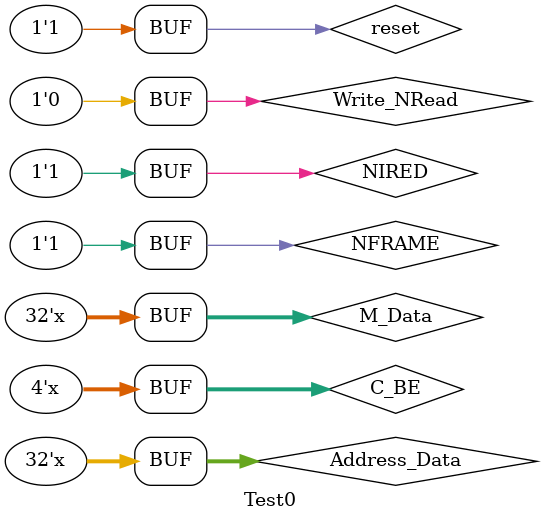
<source format=v>
`timescale 1ns / 1ns


module Test0;

	// Inputs
	reg NFRAME;
	reg NIRED;
	reg [3:0] C_BE;
	reg reset;

	// Outputs
	wire NTRED;
	wire NDEVSEL;
	wire stop;

	// Bidirs
	wire [31:0] Address_Data;
	
	//local control
	reg Write_NRead;
	reg [31:0]M_Data;

	// Instantiate the Unit Under Test (UUT)
	PCI_TARGET uut (
		.reset(reset),
		.clk(clk),
		.stop(stop),
		.Address_Data(Address_Data), 
		.NFRAME(NFRAME), 
		.NIRED(NIRED), 
		.C_BE(C_BE), 
		.NTRED(NTRED), 
		.NDEVSEL(NDEVSEL)
	);

	// Clock instance
	clock clock (clk);
	assign Address_Data = Write_NRead? M_Data :32'bz;
	
	initial begin
		// Initialize Inputs
		NFRAME = 1;
		NIRED = 1;
		C_BE = 0;
		Write_NRead = 0;
		C_BE = 4'bzzzz;
		M_Data = 32'bz;
		reset = 1;
		
		#40
		reset = 0;
		
		#40
		reset = 1;
		
		// Write command
		#80
		Write_NRead = 1;
		NFRAME = 0;
		C_BE = 4'b0111;
		M_Data = 4294967284;

		#40
		NIRED = 0;
		M_Data = 32'hffffaaaa;
		C_BE = 4'b0011; 

		#80
		M_Data = 32'hfff11111;
		C_BE = 4'b1010;
		
		#40
		M_Data = 32'h12345678;
		C_BE = 4'b0110;

		#40
		M_Data = 32'h87654321;
		C_BE = 4'b1001;

		#40
		NFRAME = 1;
		C_BE = 4'b1011;
		M_Data = 32'h11111111;

		#40
		Write_NRead = 0;
		NIRED = 1;
		C_BE = 4'bzzzz;
		M_Data = 32'bz;
		
		 // NEXT COMMAND Read Command
		#40
		Write_NRead = 1;
		NFRAME = 0;
		C_BE = 4'b1110;
		M_Data = 4294967284;
		
		#40
		C_BE = 4'b1010;
		NIRED = 0;
		Write_NRead = 0;
		
		#80
		C_BE = 4'b0100;
		#40
		C_BE = 4'b0110;
		NIRED = 1;
		#40
		NIRED = 0;
		#40
		C_BE = 4'b0101;
		NFRAME = 1;
		#40
		NIRED = 1;
		C_BE = 4'bzzzz;
		M_Data = 32'bz;

		

		
		// Write command
		#80
		Write_NRead = 1;
		NFRAME = 0;
		C_BE = 4'b0111;
		M_Data = 4294967284;

		#40
		NIRED = 0;
		M_Data = 32'hffffaaaa;
		C_BE = 4'b0011; 

		#80
		M_Data = 32'hfff11111;
		C_BE = 4'b1010;
		
		#40
		M_Data = 32'h12345678;
		C_BE = 4'b0110;

		#40
		M_Data = 32'h87654321;
		C_BE = 4'b1001;

		#40
		NFRAME = 1;
		C_BE = 4'b1011;
		M_Data = 32'h11111111;


		#40
		Write_NRead = 0;
		NIRED = 1;
		C_BE = 4'bzzzz;
		M_Data = 32'bz;
		


	end
      
endmodule


</source>
